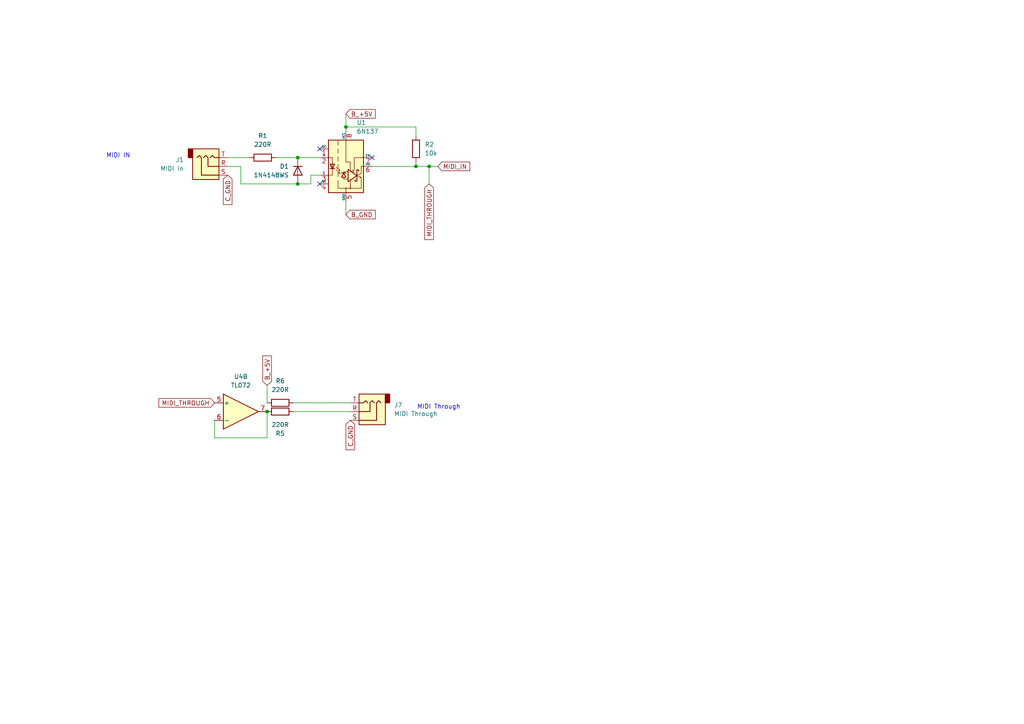
<source format=kicad_sch>
(kicad_sch (version 20250114) (generator "eeschema") (generator_version "9.0")
  (paper "A4")
  (lib_symbols
    (symbol "Amplifier_Operational:TL072" (pin_names (offset 0.127))
      (property "Reference" "U" (at 0 5.08 0))
      (property "Value" "TL072" (at 0 -5.08 0))
      (symbol "TL072_1_1"
        (polyline (pts (xy -5.08 5.08) (xy 5.08 0) (xy -5.08 -5.08) (xy -5.08 5.08)) (stroke (width 0.254)) (fill (type background)))
        (pin input line (at -7.62 2.54 0) (length 2.54) (name "+") (number "3"))
        (pin input line (at -7.62 -2.54 0) (length 2.54) (name "-") (number "2"))
        (pin output line (at 7.62 0 180) (length 2.54) (name "~") (number "1"))
      )
      (symbol "TL072_2_1"
        (polyline (pts (xy -5.08 5.08) (xy 5.08 0) (xy -5.08 -5.08) (xy -5.08 5.08)) (stroke (width 0.254)) (fill (type background)))
        (pin input line (at -7.62 2.54 0) (length 2.54) (name "+") (number "5"))
        (pin input line (at -7.62 -2.54 0) (length 2.54) (name "-") (number "6"))
        (pin output line (at 7.62 0 180) (length 2.54) (name "~") (number "7"))
      )
      (symbol "TL072_3_1"
        (pin power_in line (at -2.54 7.62 270) (length 3.81) (name "V+") (number "8"))
        (pin power_in line (at -2.54 -7.62 90) (length 3.81) (name "V-") (number "4"))
      )
    )
    (symbol "Connector_Audio:AudioJack3"
      (property "Reference" "J" (at 0 8.89 0))
      (property "Value" "AudioJack3" (at 0 6.35 0))
      (symbol "AudioJack3_0_1"
        (rectangle (start -5.08 -5.08) (end -6.35 -2.54) (stroke (width 0.254)) (fill (type outline)))
        (polyline (pts (xy -1.905 -2.54) (xy -1.27 -3.175) (xy -0.635 -2.54) (xy -0.635 0) (xy 2.54 0)) (stroke (width 0.254)))
        (polyline (pts (xy 0 -2.54) (xy 0.635 -3.175) (xy 1.27 -2.54) (xy 2.54 -2.54)) (stroke (width 0.254)))
        (rectangle (start 2.54 3.81) (end -5.08 -5.08) (stroke (width 0.254)) (fill (type background)))
        (polyline (pts (xy 2.54 2.54) (xy -2.54 2.54) (xy -2.54 -2.54) (xy -3.175 -3.175) (xy -3.81 -2.54)) (stroke (width 0.254)))
      )
      (symbol "AudioJack3_1_1"
        (pin passive line (at 5.08 2.54 180) (length 2.54) (name "~") (number "S"))
        (pin passive line (at 5.08 0 180) (length 2.54) (name "~") (number "R"))
        (pin passive line (at 5.08 -2.54 180) (length 2.54) (name "~") (number "T"))
      )
    )
    (symbol "Device:R" (pin_numbers (hide yes)) (pin_names (offset 0))
      (property "Reference" "R" (at 2.032 0 90))
      (property "Value" "R" (at 0 0 90))
      (symbol "R_0_1"
        (rectangle (start -1.016 -2.54) (end 1.016 2.54) (stroke (width 0.254)))
      )
      (symbol "R_1_1"
        (pin passive line (at 0 3.81 270) (length 1.27) (name "~") (number "1"))
        (pin passive line (at 0 -3.81 90) (length 1.27) (name "~") (number "2"))
      )
    )
    (symbol "Diode:1N4148WS" (pin_numbers (hide yes)) (pin_names (hide yes))
      (property "Reference" "D" (at 0 2.54 0))
      (property "Value" "1N4148WS" (at 0 -2.54 0))
      (symbol "1N4148WS_0_1"
        (polyline (pts (xy -1.27 1.27) (xy -1.27 -1.27)) (stroke (width 0.254)))
        (polyline (pts (xy 1.27 1.27) (xy 1.27 -1.27) (xy -1.27 0) (xy 1.27 1.27)) (stroke (width 0.254)))
        (polyline (pts (xy 1.27 0) (xy -1.27 0)))
      )
      (symbol "1N4148WS_1_1"
        (pin passive line (at -3.81 0 0) (length 2.54) (name "K") (number "1"))
        (pin passive line (at 3.81 0 180) (length 2.54) (name "A") (number "2"))
      )
    )
    (symbol "Isolator:6N137" (pin_names (offset 0))
      (property "Reference" "U" (at -4.064 8.89 0))
      (property "Value" "6N137" (at 0 -8.89 0))
      (symbol "6N137_0_1"
        (polyline (pts (xy -5.08 -2.54) (xy -3.937 -2.54) (xy -3.937 2.54) (xy -5.08 2.54)))
        (polyline (pts (xy -2.794 -0.254) (xy -1.717 -1.331) (xy -2.076 -1.152) (xy -1.896 -0.972) (xy -1.717 -1.331)))
        (polyline (pts (xy -2.794 -1.016) (xy -1.717 -2.093) (xy -2.076 -1.914) (xy -1.896 -1.734) (xy -1.717 -2.093)))
        (polyline (pts (xy 0 -6.35) (xy -2.286 -6.35) (xy -2.286 -4.064)))
        (polyline (pts (xy 1.27 -5.08) (xy 1.27 -6.35) (xy 0 -6.35) (xy 0 -7.62)))
        (polyline (pts (xy 3.175 -2.667) (xy 0.635 -4.445) (xy 0.635 -0.889) (xy 3.175 -2.667)) (stroke (width 0.254)))
      )
      (symbol "6N137_1_1"
        (rectangle (start -5.08 7.62) (end 5.08 -7.62) (stroke (width 0.254)) (fill (type background)))
        (polyline (pts (xy -4.572 -0.635) (xy -3.302 -0.635)) (stroke (width 0.254)))
        (polyline (pts (xy -3.937 -0.635) (xy -4.572 0.635) (xy -3.302 0.635) (xy -3.937 -0.635)) (stroke (width 0.254)))
        (polyline (pts (xy -2.286 7.366) (xy -2.286 6.096)))
        (polyline (pts (xy -2.286 5.08) (xy -2.286 3.81)))
        (polyline (pts (xy -2.286 2.794) (xy -2.286 1.524)))
        (polyline (pts (xy -2.286 0.508) (xy -2.286 -0.762)))
        (polyline (pts (xy -2.286 -1.778) (xy -2.286 -3.048)))
        (polyline (pts (xy -1.27 -1.905) (xy 0 -1.905)) (stroke (width 0.254)))
        (polyline (pts (xy -0.635 -1.905) (xy -0.635 -1.524) (xy 0.508 -1.524)))
        (polyline (pts (xy -0.635 -1.905) (xy -1.27 -3.175) (xy 0 -3.175) (xy -0.635 -1.905)) (stroke (width 0.254)))
        (polyline (pts (xy -0.635 -3.302) (xy -0.635 -3.683) (xy 0.635 -3.683)))
        (circle (center 0 -6.35) (radius 0.127) (fill (type outline)))
        (polyline (pts (xy 1.27 -1.27) (xy 1.27 1.27) (xy 0 1.27) (xy 0 7.62)))
        (polyline (pts (xy 1.27 -4.064) (xy 1.27 -6.35) (xy 4.445 -6.35)))
        (circle (center 1.27 -6.35) (radius 0.127) (fill (type outline)))
        (circle (center 2.032 -1.397) (radius 0.254))
        (polyline (pts (xy 2.1844 -1.1684) (xy 2.413 -0.889) (xy 2.413 2.54) (xy 5.08 2.54)))
        (polyline (pts (xy 3.175 -2.667) (xy 4.445 -3.302) (xy 4.445 -6.35)))
        (polyline (pts (xy 3.175 -2.667) (xy 3.175 -1.016) (xy 3.683 -1.016) (xy 3.683 -1.397)) (stroke (width 0.254)))
        (polyline (pts (xy 3.175 -2.667) (xy 3.175 -4.318) (xy 2.667 -4.318) (xy 2.667 -3.937)) (stroke (width 0.254)))
        (polyline (pts (xy 3.175 -2.667) (xy 4.445 -2.032) (xy 4.445 0) (xy 5.08 0)))
        (polyline (pts (xy 4.445 -3.302) (xy 4.161 -3.018) (xy 4.047 -3.246) (xy 4.445 -3.302)) (stroke (width 0.127)) (fill (type outline)))
        (pin passive line (at -7.62 5.08 0) (length 2.54) (name "NC") (number "1"))
        (pin passive line (at -7.62 2.54 0) (length 2.54) (name "A") (number "2"))
        (pin passive line (at -7.62 -2.54 0) (length 2.54) (name "C") (number "3"))
        (pin passive line (at -7.62 -5.08 0) (length 2.54) (name "NC") (number "4"))
        (pin power_in line (at 0 10.16 270) (length 2.54) (name "VCC") (number "8"))
        (pin power_in line (at 0 -10.16 90) (length 2.54) (name "GND") (number "5"))
        (pin input line (at 7.62 2.54 180) (length 2.54) (name "EN") (number "7"))
        (pin open_collector line (at 7.62 0 180) (length 2.54) (name "VO") (number "6"))
      )
    )
  )
  (text "MIDI Through" (at 127.254 118.11 0) (effects (font (size 1.27 1.27))))
  (text "MIDI IN" (at 34.29 45.212 0) (effects (font (size 1.27 1.27))))
  (junction (at 86.36 45.72))
  (junction (at 100.33 36.83))
  (junction (at 120.65 48.26))
  (junction (at 77.47 119.38))
  (junction (at 86.36 53.34))
  (junction (at 124.46 48.26))
  (no_connect (at 107.95 45.72))
  (no_connect (at 92.71 53.34))
  (no_connect (at 92.71 43.18))
  (wire (pts (xy 100.33 58.42) (xy 100.33 62.23)))
  (wire (pts (xy 120.65 48.26) (xy 124.46 48.26)))
  (wire (pts (xy 77.47 111.76) (xy 77.47 116.84)))
  (wire (pts (xy 77.47 127) (xy 77.47 119.38)))
  (wire (pts (xy 100.33 36.83) (xy 120.65 36.83)))
  (wire (pts (xy 80.01 45.72) (xy 86.36 45.72)))
  (wire (pts (xy 69.85 48.26) (xy 69.85 53.34)))
  (wire (pts (xy 66.04 48.26) (xy 69.85 48.26)))
  (wire (pts (xy 124.46 48.26) (xy 127 48.26)))
  (wire (pts (xy 124.46 48.26) (xy 124.46 53.34)))
  (wire (pts (xy 62.23 127) (xy 77.47 127)))
  (wire (pts (xy 86.36 53.34) (xy 90.17 53.34)))
  (wire (pts (xy 86.36 45.72) (xy 92.71 45.72)))
  (wire (pts (xy 90.17 50.8) (xy 92.71 50.8)))
  (wire (pts (xy 85.09 119.38) (xy 101.6 119.38)))
  (wire (pts (xy 107.95 48.26) (xy 120.65 48.26)))
  (wire (pts (xy 69.85 53.34) (xy 86.36 53.34)))
  (wire (pts (xy 85.09 116.84) (xy 101.6 116.84)))
  (wire (pts (xy 90.17 53.34) (xy 90.17 50.8)))
  (wire (pts (xy 120.65 46.99) (xy 120.65 48.26)))
  (wire (pts (xy 66.04 45.72) (xy 72.39 45.72)))
  (wire (pts (xy 100.33 33.02) (xy 100.33 36.83)))
  (wire (pts (xy 100.33 36.83) (xy 100.33 38.1)))
  (wire (pts (xy 120.65 36.83) (xy 120.65 39.37)))
  (wire (pts (xy 62.23 121.92) (xy 62.23 127)))
  (global_label "B_GND" (shape input) (at 100.33 62.23 0) (property "Intersheetrefs" "${INTERSHEET_REFS}" (effects (hide yes))))
  (global_label "MIDI_THROUGH" (shape input) (at 124.46 53.34 270) (property "Intersheetrefs" "${INTERSHEET_REFS}" (effects (hide yes))))
  (global_label "B_+5V" (shape input) (at 100.33 33.02 0) (property "Intersheetrefs" "${INTERSHEET_REFS}" (effects (hide yes))))
  (global_label "MIDI_THROUGH" (shape input) (at 62.23 116.84 180) (property "Intersheetrefs" "${INTERSHEET_REFS}" (effects (hide yes))))
  (global_label "B_+5V" (shape input) (at 77.47 111.76 90) (property "Intersheetrefs" "${INTERSHEET_REFS}" (effects (hide yes))))
  (global_label "MIDI_IN" (shape input) (at 127 48.26 0) (property "Intersheetrefs" "${INTERSHEET_REFS}" (effects (hide yes))))
  (global_label "C_GND" (shape input) (at 101.6 121.92 270) (property "Intersheetrefs" "${INTERSHEET_REFS}" (effects (hide yes))))
  (global_label "C_GND" (shape input) (at 66.04 50.8 270) (property "Intersheetrefs" "${INTERSHEET_REFS}" (effects (hide yes))))
  (symbol (lib_id "Device:R") (at 120.65 43.18 180) (unit 1)
    (property "Reference" "R2" (at 123.19 41.9099 0) (effects (justify right)))
    (property "Value" "10k" (at 123.19 44.4499 0) (effects (justify right)))
    (property "Footprint" "Resistor_SMD:R_0603_1608Metric" (effects (hide yes)))
    (property "Description" "Resistor" (effects (hide yes)))
  )
  (symbol (lib_id "Device:R") (at 81.28 116.84 90) (unit 1)
    (property "Reference" "R6" (at 81.28 110.49 90))
    (property "Value" "220R" (at 81.28 113.03 90))
    (property "Footprint" "Resistor_SMD:R_0603_1608Metric" (effects (hide yes)))
    (property "Description" "Resistor" (effects (hide yes)))
  )
  (symbol (lib_id "Connector_Audio:AudioJack3") (at 106.68 119.38 180) (unit 1)
    (property "Reference" "J7" (at 114.3 117.4749 0) (effects (justify right)))
    (property "Value" "MIDI Through" (at 114.3 120.0149 0) (effects (justify right)))
    (property "Footprint" "Custom:Jack_3.5mm_QingPu_WQP-PJ366ST_Vertical_CircularHoles_L" (effects (hide yes)))
    (property "Description" "Audio Jack, 3 Poles (Stereo / TRS)" (effects (hide yes)))
  )
  (symbol (lib_id "Diode:1N4148WS") (at 86.36 49.53 270) (unit 1)
    (property "Reference" "D1" (at 83.82 48.2599 90) (effects (justify right)))
    (property "Value" "1N4148WS" (at 83.82 50.7999 90) (effects (justify right)))
    (property "Footprint" "Diode_SMD:D_SOD-323" (effects (hide yes)))
    (property "Datasheet" "https://www.vishay.com/docs/85751/1n4148ws.pdf" (effects (hide yes)))
    (property "Description" "75V 0.15A Fast switching Diode, SOD-323" (effects (hide yes)))
    (property "Sim.Device" "D" (effects (hide yes)))
    (property "Sim.Pins" "1=K 2=A" (effects (hide yes)))
    (property "LCSC PN" "C2128" (effects (hide yes)))
  )
  (symbol (lib_id "Amplifier_Operational:TL072") (at 69.85 119.38 0) (unit 2)
    (property "Reference" "U4" (at 69.85 109.22 0))
    (property "Value" "TL072" (at 69.85 111.76 0))
    (property "Footprint" "Package_SO:SOIC-8_3.9x4.9mm_P1.27mm" (effects (hide yes)))
    (property "Datasheet" "http://www.ti.com/lit/ds/symlink/tl071.pdf" (effects (hide yes)))
    (property "Description" "Dual Low-Noise JFET-Input Operational Amplifiers, DIP-8/SOIC-8" (effects (hide yes)))
    (property "LCSC PN" "C6961" (effects (hide yes)))
  )
  (symbol (lib_id "Connector_Audio:AudioJack3") (at 60.96 48.26 0) (mirror x) (unit 1)
    (property "Reference" "J1" (at 53.34 46.3549 0) (effects (justify right)))
    (property "Value" "MIDI In" (at 53.34 48.8949 0) (effects (justify right)))
    (property "Footprint" "Custom:Jack_3.5mm_QingPu_WQP-PJ366ST_Vertical_CircularHoles_L" (effects (hide yes)))
    (property "Description" "Audio Jack, 3 Poles (Stereo / TRS)" (effects (hide yes)))
  )
  (symbol (lib_id "Isolator:6N137") (at 100.33 48.26 0) (unit 1)
    (property "Reference" "U1" (at 103.4481 35.56 0) (effects (justify left)))
    (property "Value" "6N137" (at 103.4481 38.1 0) (effects (justify left)))
    (property "Footprint" "Package_SO:SOP-8_6.605x9.655mm_P2.54mm" (effects (hide yes)))
    (property "Datasheet" "https://docs.broadcom.com/docs/AV02-0940EN" (effects (hide yes)))
    (property "Description" "Single High Speed LSTTL/TTL Compatible Optocoupler with enable, dV/dt 1000/us, VCM 10, max 7V VCC, DIP-8" (effects (hide yes)))
    (property "LCSC PN" "C15825" (effects (hide yes)))
  )
  (symbol (lib_id "Device:R") (at 76.2 45.72 90) (unit 1)
    (property "Reference" "R1" (at 76.2 39.37 90))
    (property "Value" "220R" (at 76.2 41.91 90))
    (property "Footprint" "Resistor_SMD:R_0603_1608Metric" (effects (hide yes)))
    (property "Description" "Resistor" (effects (hide yes)))
  )
  (symbol (lib_id "Device:R") (at 81.28 119.38 90) (mirror x) (unit 1)
    (property "Reference" "R5" (at 81.28 125.73 90))
    (property "Value" "220R" (at 81.28 123.19 90))
    (property "Footprint" "Resistor_SMD:R_0603_1608Metric" (effects (hide yes)))
    (property "Description" "Resistor" (effects (hide yes)))
  )
)
</source>
